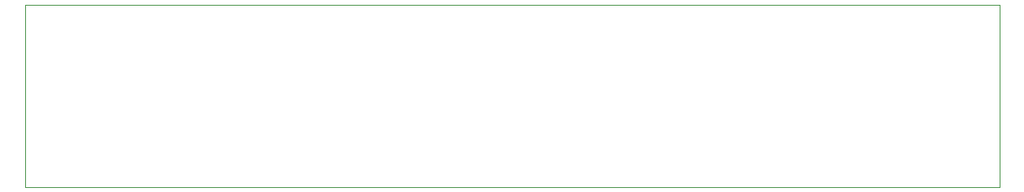
<source format=gbr>
%TF.GenerationSoftware,KiCad,Pcbnew,(5.1.9)-1*%
%TF.CreationDate,2021-04-14T17:12:51-04:00*%
%TF.ProjectId,HeartRateMonitor,48656172-7452-4617-9465-4d6f6e69746f,rev?*%
%TF.SameCoordinates,Original*%
%TF.FileFunction,Profile,NP*%
%FSLAX46Y46*%
G04 Gerber Fmt 4.6, Leading zero omitted, Abs format (unit mm)*
G04 Created by KiCad (PCBNEW (5.1.9)-1) date 2021-04-14 17:12:51*
%MOMM*%
%LPD*%
G01*
G04 APERTURE LIST*
%TA.AperFunction,Profile*%
%ADD10C,0.100000*%
%TD*%
G04 APERTURE END LIST*
D10*
X157480000Y-87630000D02*
X157480000Y-106680000D01*
X55880000Y-87630000D02*
X157480000Y-87630000D01*
X55880000Y-106680000D02*
X55880000Y-87630000D01*
X157480000Y-106680000D02*
X55880000Y-106680000D01*
M02*

</source>
